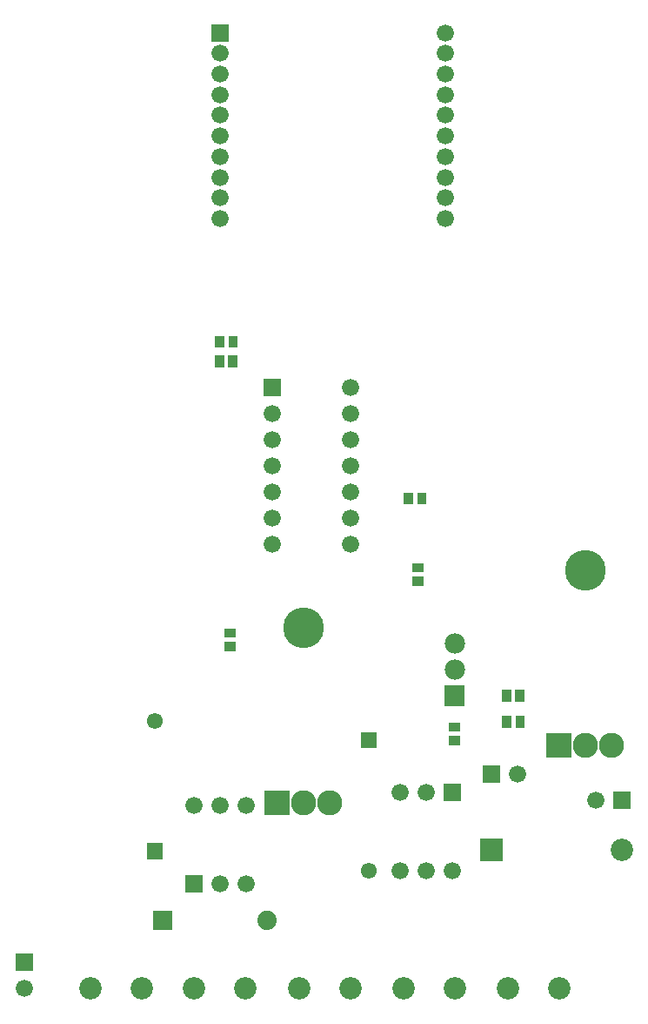
<source format=gbr>
G04 start of page 6 for group -4063 idx -4063 *
G04 Title: (unknown), componentmask *
G04 Creator: pcb 20110918 *
G04 CreationDate: Fri 08 Jun 2012 08:05:57 PM GMT UTC *
G04 For: ed *
G04 Format: Gerber/RS-274X *
G04 PCB-Dimensions: 260000 400000 *
G04 PCB-Coordinate-Origin: lower left *
%MOIN*%
%FSLAX25Y25*%
%LNTOPMASK*%
%ADD72R,0.0355X0.0355*%
%ADD71C,0.1560*%
%ADD70C,0.0780*%
%ADD69C,0.0740*%
%ADD68C,0.0610*%
%ADD67C,0.0960*%
%ADD66C,0.0860*%
%ADD65C,0.0660*%
%ADD64C,0.0001*%
G54D64*G36*
X189700Y67300D02*Y58700D01*
X198300D01*
Y67300D01*
X189700D01*
G37*
G36*
X190700Y95300D02*Y88700D01*
X197300D01*
Y95300D01*
X190700D01*
G37*
G54D65*X204000Y92000D03*
G54D66*X220000Y10000D03*
X244000Y63000D03*
G54D64*G36*
X240700Y85300D02*Y78700D01*
X247300D01*
Y85300D01*
X240700D01*
G37*
G54D65*X234000Y82000D03*
G54D64*G36*
X215200Y107800D02*Y98200D01*
X224800D01*
Y107800D01*
X215200D01*
G37*
G54D67*X230000Y103000D03*
X240000D03*
G54D64*G36*
X175700Y88300D02*Y81700D01*
X182300D01*
Y88300D01*
X175700D01*
G37*
G54D65*X179000Y55000D03*
G54D66*X200315Y10000D03*
X160315D03*
X180000D03*
X99685D03*
X120315D03*
X140000D03*
G54D65*X169000Y85000D03*
X159000D03*
Y55000D03*
X169000D03*
G54D64*G36*
X143950Y108050D02*Y101950D01*
X150050D01*
Y108050D01*
X143950D01*
G37*
G54D68*X147000Y55000D03*
G54D64*G36*
X107200Y85800D02*Y76200D01*
X116800D01*
Y85800D01*
X107200D01*
G37*
G54D69*X108000Y36000D03*
G54D67*X122000Y81000D03*
X132000D03*
G54D64*G36*
X176100Y125900D02*Y118100D01*
X183900D01*
Y125900D01*
X176100D01*
G37*
G54D70*X180000Y132000D03*
Y142000D03*
G54D71*X230000Y170000D03*
G54D64*G36*
X106700Y243300D02*Y236700D01*
X113300D01*
Y243300D01*
X106700D01*
G37*
G54D65*X110000Y230000D03*
Y220000D03*
Y210000D03*
Y200000D03*
X140000D03*
Y210000D03*
Y220000D03*
Y230000D03*
Y240000D03*
X110000Y190000D03*
X140000D03*
X110000Y180000D03*
X140000D03*
G54D71*X122000Y148000D03*
G54D64*G36*
X86700Y379100D02*Y372500D01*
X93300D01*
Y379100D01*
X86700D01*
G37*
G54D65*X90000Y367900D03*
Y360000D03*
Y352100D03*
Y344200D03*
Y336300D03*
Y328400D03*
Y320500D03*
Y312600D03*
Y304700D03*
X176600Y375800D03*
Y367900D03*
Y360000D03*
Y352100D03*
Y344200D03*
Y336300D03*
Y328400D03*
Y320500D03*
Y312600D03*
Y304700D03*
G54D66*X80000Y10000D03*
G54D64*G36*
X11700Y23300D02*Y16700D01*
X18300D01*
Y23300D01*
X11700D01*
G37*
G54D65*X15000Y10000D03*
G54D66*X40315D03*
X60000D03*
G54D64*G36*
X76700Y53300D02*Y46700D01*
X83300D01*
Y53300D01*
X76700D01*
G37*
G54D65*X80000Y80000D03*
G54D64*G36*
X61950Y65550D02*Y59450D01*
X68050D01*
Y65550D01*
X61950D01*
G37*
G54D68*X65000Y112500D03*
G54D65*X90000Y50000D03*
Y80000D03*
X100000Y50000D03*
Y80000D03*
G54D64*G36*
X64300Y39700D02*Y32300D01*
X71700D01*
Y39700D01*
X64300D01*
G37*
G54D72*X89882Y250492D02*Y249508D01*
X95000Y250492D02*Y249508D01*
X89941Y257992D02*Y257008D01*
X95059Y257992D02*Y257008D01*
X167500Y197992D02*Y197008D01*
X162382Y197992D02*Y197008D01*
X179508Y110000D02*X180492D01*
X179508Y104882D02*X180492D01*
X205000Y122492D02*Y121508D01*
X199882Y122492D02*Y121508D01*
X200000Y112492D02*Y111508D01*
X205118Y112492D02*Y111508D01*
X93508Y146000D02*X94492D01*
X93508Y140882D02*X94492D01*
X165508Y171000D02*X166492D01*
X165508Y165882D02*X166492D01*
M02*

</source>
